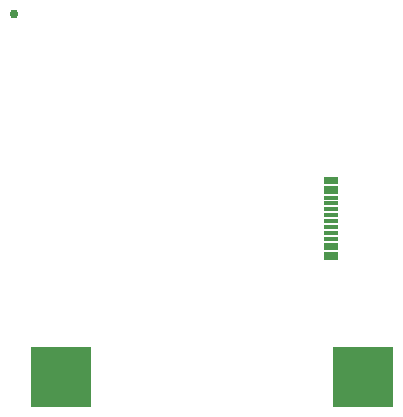
<source format=gbr>
G04 #@! TF.GenerationSoftware,KiCad,Pcbnew,8.0.0*
G04 #@! TF.CreationDate,2024-03-21T15:50:23+02:00*
G04 #@! TF.ProjectId,iot-risk-logger-stm32l4,696f742d-7269-4736-9b2d-6c6f67676572,1.0.0*
G04 #@! TF.SameCoordinates,Original*
G04 #@! TF.FileFunction,Paste,Bot*
G04 #@! TF.FilePolarity,Positive*
%FSLAX46Y46*%
G04 Gerber Fmt 4.6, Leading zero omitted, Abs format (unit mm)*
G04 Created by KiCad (PCBNEW 8.0.0) date 2024-03-21 15:50:23*
%MOMM*%
%LPD*%
G01*
G04 APERTURE LIST*
%ADD10C,0.762000*%
%ADD11R,1.150000X0.300000*%
%ADD12R,5.100000X5.100000*%
G04 APERTURE END LIST*
D10*
G04 #@! TO.C,AE1*
X47879422Y-25783432D03*
G04 #@! TD*
D11*
G04 #@! TO.C,J1*
X74709422Y-39727432D03*
X74709422Y-40527432D03*
X74709422Y-41827432D03*
X74709422Y-42827432D03*
X74709422Y-43327432D03*
X74709422Y-44327432D03*
X74709422Y-45627432D03*
X74709422Y-46427432D03*
X74709422Y-46127432D03*
X74709422Y-45327432D03*
X74709422Y-44827432D03*
X74709422Y-43827432D03*
X74709422Y-42327432D03*
X74709422Y-41327432D03*
X74709422Y-40827432D03*
X74709422Y-40027432D03*
G04 #@! TD*
D12*
G04 #@! TO.C,BT1*
X51843422Y-56517432D03*
X77443422Y-56517432D03*
G04 #@! TD*
M02*

</source>
